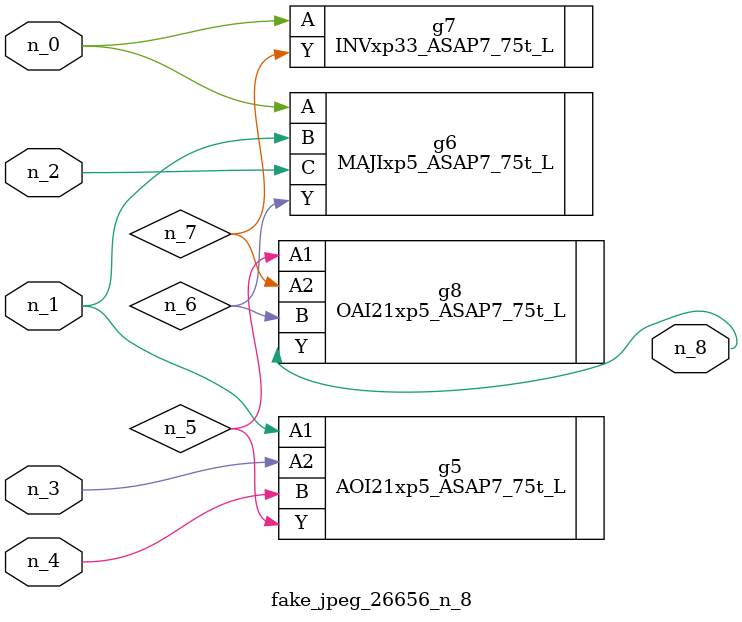
<source format=v>
module fake_jpeg_26656_n_8 (n_3, n_2, n_1, n_0, n_4, n_8);

input n_3;
input n_2;
input n_1;
input n_0;
input n_4;

output n_8;

wire n_6;
wire n_5;
wire n_7;

AOI21xp5_ASAP7_75t_L g5 ( 
.A1(n_1),
.A2(n_3),
.B(n_4),
.Y(n_5)
);

MAJIxp5_ASAP7_75t_L g6 ( 
.A(n_0),
.B(n_1),
.C(n_2),
.Y(n_6)
);

INVxp33_ASAP7_75t_L g7 ( 
.A(n_0),
.Y(n_7)
);

OAI21xp5_ASAP7_75t_L g8 ( 
.A1(n_5),
.A2(n_7),
.B(n_6),
.Y(n_8)
);


endmodule
</source>
